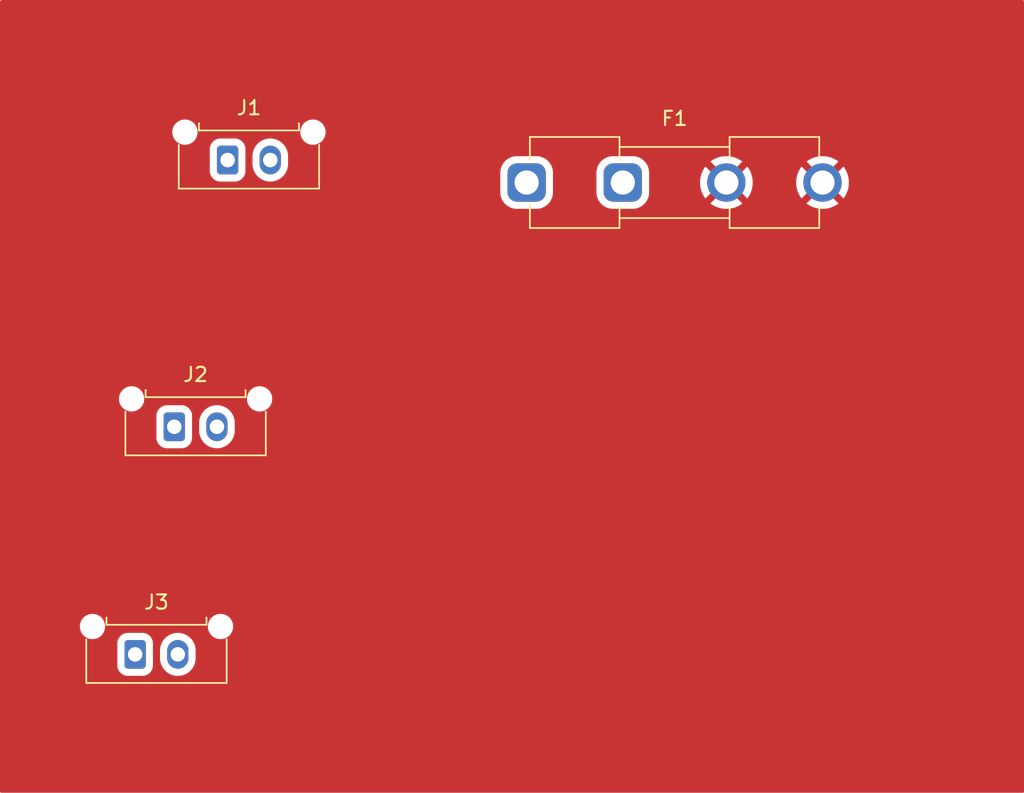
<source format=kicad_pcb>
(kicad_pcb (version 20241229) (generator "pcbnew") (generator_version "9.0")
  (layers (0 "F.Cu" signal) (2 "B.Cu" signal) (13 "F.Paste" user) (15 "B.Paste" user) (5 "F.SilkS" user "F.Silkscreen") (7 "B.SilkS" user "B.Silkscreen") (1 "F.Mask" user) (3 "B.Mask" user) (25 "Edge.Cuts" user))
  (net 0 "")
  (net 1 "HV+")
  (net 2 "Net-(J1-Pin_1)")
  (net 3 "HV-")
  (footprint "Fuse:Fuseholder_Clip-5x20mm_Eaton_1A5601-01_Inline_P20.80x6.76mm_D1.70mm_Horizontal" (layer "F.Cu") (at 84.27 64.58)
    (property "Reference" "F1" (at 10.4 -4.5 0) (layer "F.SilkS"))
    (property "Value" "Fuse")
    (fp_line (start 0.23 -3.2) (end 0.23 -1.6) (stroke (width 0.12)) (layer "F.SilkS"))
    (fp_line (start 0.23 3.2) (end 0.23 1.6) (stroke (width 0.12)) (layer "F.SilkS"))
    (fp_line (start 6.53 -3.2) (end 0.23 -3.2) (stroke (width 0.12)) (layer "F.SilkS"))
    (fp_line (start 6.53 -3.2) (end 6.53 -1.6) (stroke (width 0.12)) (layer "F.SilkS"))
    (fp_line (start 6.53 3.2) (end 0.23 3.2) (stroke (width 0.12)) (layer "F.SilkS"))
    (fp_line (start 6.53 3.2) (end 6.53 1.6) (stroke (width 0.12)) (layer "F.SilkS"))
    (fp_line (start 14.27 -3.2) (end 14.27 -1.6) (stroke (width 0.12)) (layer "F.SilkS"))
    (fp_line (start 14.27 -2.5) (end 6.53 -2.5) (stroke (width 0.12)) (layer "F.SilkS"))
    (fp_line (start 14.27 2.5) (end 6.53 2.5) (stroke (width 0.12)) (layer "F.SilkS"))
    (fp_line (start 14.27 3.2) (end 14.27 1.6) (stroke (width 0.12)) (layer "F.SilkS"))
    (fp_line (start 14.27 3.2) (end 20.57 3.2) (stroke (width 0.12)) (layer "F.SilkS"))
    (fp_line (start 20.57 -3.2) (end 14.27 -3.2) (stroke (width 0.12)) (layer "F.SilkS"))
    (fp_line (start 20.57 -1.6) (end 20.57 -3.2) (stroke (width 0.12)) (layer "F.SilkS"))
    (fp_line (start 20.57 1.6) (end 20.57 3.2) (stroke (width 0.12)) (layer "F.SilkS"))
    (pad "1" thru_hole roundrect (at 0 0) (size 2.7 2.7) (drill 1.7) (layers "*.Cu" "*.Mask") (net 2 "Net-(J1-Pin_1)"))
    (pad "1" thru_hole roundrect (at 6.76 0) (size 2.7 2.7) (drill 1.7) (layers "*.Cu" "*.Mask") (net 2 "Net-(J1-Pin_1)"))
    (pad "2" thru_hole circle (at 14.04 0) (size 2.7 2.7) (drill 1.7) (layers "*.Cu" "*.Mask") (net 1 "HV+"))
    (pad "2" thru_hole circle (at 20.8 0) (size 2.7 2.7) (drill 1.7) (layers "*.Cu" "*.Mask") (net 1 "HV+"))
  )
  (footprint "Connector_Molex:Molex_Micro-Fit_3.0_43650-0215_1x02_P3.00mm_Vertical" (layer "F.Cu") (at 63.25 63)
    (property "Reference" "J1" (at 1.5 -3.67 0) (layer "F.SilkS"))
    (property "Value" "Conn_01x02_Socket")
    (fp_line (start -3.435 -1.065) (end -3.435 2.01) (stroke (width 0.12)) (layer "F.SilkS"))
    (fp_line (start -3.435 2.01) (end 6.435 2.01) (stroke (width 0.12)) (layer "F.SilkS"))
    (fp_line (start -2.015 -2.58) (end -2.015 -2.08) (stroke (width 0.12)) (layer "F.SilkS"))
    (fp_line (start -2.015 -2.08) (end 5.015 -2.08) (stroke (width 0.12)) (layer "F.SilkS"))
    (fp_line (start -1.995 -2.58) (end -2.015 -2.58) (stroke (width 0.12)) (layer "F.SilkS"))
    (fp_line (start 5.015 -2.58) (end 4.995 -2.58) (stroke (width 0.12)) (layer "F.SilkS"))
    (fp_line (start 5.015 -2.08) (end 5.015 -2.58) (stroke (width 0.12)) (layer "F.SilkS"))
    (fp_line (start 6.435 2.01) (end 6.435 -1.065) (stroke (width 0.12)) (layer "F.SilkS"))
    (pad "" np_thru_hole circle (at -3 -1.96) (size 1.27 1.27) (drill 1.27) (layers "*.Cu" "*.Mask"))
    (pad "" np_thru_hole circle (at 6 -1.96) (size 1.27 1.27) (drill 1.27) (layers "*.Cu" "*.Mask"))
    (pad "1" thru_hole roundrect (at 0 0) (size 1.5 2.02) (drill 1.02) (layers "*.Cu" "*.Mask") (roundrect_rratio 0.166667) (net 2 "Net-(J1-Pin_1)"))
    (pad "2" thru_hole oval (at 3 0) (size 1.5 2.02) (drill 1.02) (layers "*.Cu" "*.Mask") (net 2 "Net-(J1-Pin_1)"))
  )
  (footprint "Connector_Molex:Molex_Micro-Fit_3.0_43650-0215_1x02_P3.00mm_Vertical" (layer "F.Cu") (at 59.5 81.75)
    (property "Reference" "J2" (at 1.5 -3.67 0) (layer "F.SilkS"))
    (property "Value" "Conn_01x02_Socket")
    (fp_line (start -3.435 -1.065) (end -3.435 2.01) (stroke (width 0.12)) (layer "F.SilkS"))
    (fp_line (start -3.435 2.01) (end 6.435 2.01) (stroke (width 0.12)) (layer "F.SilkS"))
    (fp_line (start -2.015 -2.58) (end -2.015 -2.08) (stroke (width 0.12)) (layer "F.SilkS"))
    (fp_line (start -2.015 -2.08) (end 5.015 -2.08) (stroke (width 0.12)) (layer "F.SilkS"))
    (fp_line (start -1.995 -2.58) (end -2.015 -2.58) (stroke (width 0.12)) (layer "F.SilkS"))
    (fp_line (start 5.015 -2.58) (end 4.995 -2.58) (stroke (width 0.12)) (layer "F.SilkS"))
    (fp_line (start 5.015 -2.08) (end 5.015 -2.58) (stroke (width 0.12)) (layer "F.SilkS"))
    (fp_line (start 6.435 2.01) (end 6.435 -1.065) (stroke (width 0.12)) (layer "F.SilkS"))
    (pad "" np_thru_hole circle (at -3 -1.96) (size 1.27 1.27) (drill 1.27) (layers "*.Cu" "*.Mask"))
    (pad "" np_thru_hole circle (at 6 -1.96) (size 1.27 1.27) (drill 1.27) (layers "*.Cu" "*.Mask"))
    (pad "1" thru_hole roundrect (at 0 0) (size 1.5 2.02) (drill 1.02) (layers "*.Cu" "*.Mask") (roundrect_rratio 0.166667) (net 3 "HV-"))
    (pad "2" thru_hole oval (at 3 0) (size 1.5 2.02) (drill 1.02) (layers "*.Cu" "*.Mask") (net 2 "Net-(J1-Pin_1)"))
  )
  (footprint "Connector_Molex:Molex_Micro-Fit_3.0_43650-0215_1x02_P3.00mm_Vertical" (layer "F.Cu") (at 56.75 97.75)
    (property "Reference" "J3" (at 1.5 -3.67 0) (layer "F.SilkS"))
    (property "Value" "Conn_01x02_Socket")
    (fp_line (start -3.435 -1.065) (end -3.435 2.01) (stroke (width 0.12)) (layer "F.SilkS"))
    (fp_line (start -3.435 2.01) (end 6.435 2.01) (stroke (width 0.12)) (layer "F.SilkS"))
    (fp_line (start -2.015 -2.58) (end -2.015 -2.08) (stroke (width 0.12)) (layer "F.SilkS"))
    (fp_line (start -2.015 -2.08) (end 5.015 -2.08) (stroke (width 0.12)) (layer "F.SilkS"))
    (fp_line (start -1.995 -2.58) (end -2.015 -2.58) (stroke (width 0.12)) (layer "F.SilkS"))
    (fp_line (start 5.015 -2.58) (end 4.995 -2.58) (stroke (width 0.12)) (layer "F.SilkS"))
    (fp_line (start 5.015 -2.08) (end 5.015 -2.58) (stroke (width 0.12)) (layer "F.SilkS"))
    (fp_line (start 6.435 2.01) (end 6.435 -1.065) (stroke (width 0.12)) (layer "F.SilkS"))
    (pad "" np_thru_hole circle (at -3 -1.96) (size 1.27 1.27) (drill 1.27) (layers "*.Cu" "*.Mask"))
    (pad "" np_thru_hole circle (at 6 -1.96) (size 1.27 1.27) (drill 1.27) (layers "*.Cu" "*.Mask"))
    (pad "1" thru_hole roundrect (at 0 0) (size 1.5 2.02) (drill 1.02) (layers "*.Cu" "*.Mask") (roundrect_rratio 0.166667) (net 3 "HV-"))
    (pad "2" thru_hole oval (at 3 0) (size 1.5 2.02) (drill 1.02) (layers "*.Cu" "*.Mask") (net 3 "HV-"))
  )
  (zone (net 1) (net_name "HV+") (layer "F.Cu") (connect_pads (clearance 0.5)) (min_thickness 0.25) (fill yes (thermal_gap 0.5) (thermal_bridge_width 0.5))
    (polygon (pts (xy 47.25 51.75) (xy 119.25 51.75) (xy 119.25 107.5) (xy 47.25 107.5)))
  )
)
</source>
